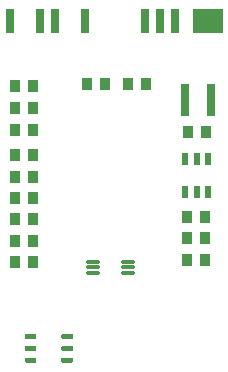
<source format=gbr>
G04 #@! TF.GenerationSoftware,KiCad,Pcbnew,(5.0.2)-1*
G04 #@! TF.CreationDate,2019-07-28T23:06:21+08:00*
G04 #@! TF.ProjectId,PIR,5049522e-6b69-4636-9164-5f7063625858,rev?*
G04 #@! TF.SameCoordinates,Original*
G04 #@! TF.FileFunction,Paste,Top*
G04 #@! TF.FilePolarity,Positive*
%FSLAX46Y46*%
G04 Gerber Fmt 4.6, Leading zero omitted, Abs format (unit mm)*
G04 Created by KiCad (PCBNEW (5.0.2)-1) date 2019-07-28 23:06:21*
%MOMM*%
%LPD*%
G01*
G04 APERTURE LIST*
%ADD10R,0.800000X2.000000*%
%ADD11R,2.500000X2.000000*%
%ADD12R,0.930000X0.980000*%
%ADD13R,0.600000X1.100000*%
%ADD14O,1.300000X0.300000*%
%ADD15C,0.100000*%
%ADD16C,0.400000*%
%ADD17R,0.800000X2.700000*%
G04 APERTURE END LIST*
D10*
G04 #@! TO.C,U1*
X46941740Y-44577000D03*
D11*
X52301140Y-44554140D03*
D10*
X49481740Y-44577000D03*
X48211740Y-44577000D03*
X41861740Y-44577000D03*
X39321740Y-44577000D03*
X38051740Y-44577000D03*
X35511740Y-44577000D03*
G04 #@! TD*
D12*
G04 #@! TO.C,C7*
X35942780Y-50065940D03*
X37482780Y-50065940D03*
G04 #@! TD*
G04 #@! TO.C,R7*
X37467540Y-51912520D03*
X35927540Y-51912520D03*
G04 #@! TD*
G04 #@! TO.C,R6*
X35927540Y-53799740D03*
X37467540Y-53799740D03*
G04 #@! TD*
D13*
G04 #@! TO.C,U4*
X52252920Y-56295640D03*
X51302920Y-56295640D03*
X50352920Y-56295640D03*
X50352920Y-59095640D03*
X51302920Y-59095640D03*
X52252920Y-59095640D03*
G04 #@! TD*
D14*
G04 #@! TO.C,U2*
X45519340Y-64952880D03*
X45519340Y-65452880D03*
X45519340Y-65952880D03*
X42519340Y-64952880D03*
X42519340Y-65452880D03*
X42519340Y-65952880D03*
G04 #@! TD*
D15*
G04 #@! TO.C,U3*
G36*
X37650082Y-71104122D02*
X37659789Y-71105561D01*
X37669308Y-71107946D01*
X37678548Y-71111252D01*
X37687420Y-71115448D01*
X37695837Y-71120493D01*
X37703719Y-71126339D01*
X37710991Y-71132929D01*
X37717581Y-71140201D01*
X37723427Y-71148083D01*
X37728472Y-71156500D01*
X37732668Y-71165372D01*
X37735974Y-71174612D01*
X37738359Y-71184131D01*
X37739798Y-71193838D01*
X37740280Y-71203640D01*
X37740280Y-71403640D01*
X37739798Y-71413442D01*
X37738359Y-71423149D01*
X37735974Y-71432668D01*
X37732668Y-71441908D01*
X37728472Y-71450780D01*
X37723427Y-71459197D01*
X37717581Y-71467079D01*
X37710991Y-71474351D01*
X37703719Y-71480941D01*
X37695837Y-71486787D01*
X37687420Y-71491832D01*
X37678548Y-71496028D01*
X37669308Y-71499334D01*
X37659789Y-71501719D01*
X37650082Y-71503158D01*
X37640280Y-71503640D01*
X36840280Y-71503640D01*
X36830478Y-71503158D01*
X36820771Y-71501719D01*
X36811252Y-71499334D01*
X36802012Y-71496028D01*
X36793140Y-71491832D01*
X36784723Y-71486787D01*
X36776841Y-71480941D01*
X36769569Y-71474351D01*
X36762979Y-71467079D01*
X36757133Y-71459197D01*
X36752088Y-71450780D01*
X36747892Y-71441908D01*
X36744586Y-71432668D01*
X36742201Y-71423149D01*
X36740762Y-71413442D01*
X36740280Y-71403640D01*
X36740280Y-71203640D01*
X36740762Y-71193838D01*
X36742201Y-71184131D01*
X36744586Y-71174612D01*
X36747892Y-71165372D01*
X36752088Y-71156500D01*
X36757133Y-71148083D01*
X36762979Y-71140201D01*
X36769569Y-71132929D01*
X36776841Y-71126339D01*
X36784723Y-71120493D01*
X36793140Y-71115448D01*
X36802012Y-71111252D01*
X36811252Y-71107946D01*
X36820771Y-71105561D01*
X36830478Y-71104122D01*
X36840280Y-71103640D01*
X37640280Y-71103640D01*
X37650082Y-71104122D01*
X37650082Y-71104122D01*
G37*
D16*
X37240280Y-71303640D03*
D15*
G36*
X37650082Y-72104122D02*
X37659789Y-72105561D01*
X37669308Y-72107946D01*
X37678548Y-72111252D01*
X37687420Y-72115448D01*
X37695837Y-72120493D01*
X37703719Y-72126339D01*
X37710991Y-72132929D01*
X37717581Y-72140201D01*
X37723427Y-72148083D01*
X37728472Y-72156500D01*
X37732668Y-72165372D01*
X37735974Y-72174612D01*
X37738359Y-72184131D01*
X37739798Y-72193838D01*
X37740280Y-72203640D01*
X37740280Y-72403640D01*
X37739798Y-72413442D01*
X37738359Y-72423149D01*
X37735974Y-72432668D01*
X37732668Y-72441908D01*
X37728472Y-72450780D01*
X37723427Y-72459197D01*
X37717581Y-72467079D01*
X37710991Y-72474351D01*
X37703719Y-72480941D01*
X37695837Y-72486787D01*
X37687420Y-72491832D01*
X37678548Y-72496028D01*
X37669308Y-72499334D01*
X37659789Y-72501719D01*
X37650082Y-72503158D01*
X37640280Y-72503640D01*
X36840280Y-72503640D01*
X36830478Y-72503158D01*
X36820771Y-72501719D01*
X36811252Y-72499334D01*
X36802012Y-72496028D01*
X36793140Y-72491832D01*
X36784723Y-72486787D01*
X36776841Y-72480941D01*
X36769569Y-72474351D01*
X36762979Y-72467079D01*
X36757133Y-72459197D01*
X36752088Y-72450780D01*
X36747892Y-72441908D01*
X36744586Y-72432668D01*
X36742201Y-72423149D01*
X36740762Y-72413442D01*
X36740280Y-72403640D01*
X36740280Y-72203640D01*
X36740762Y-72193838D01*
X36742201Y-72184131D01*
X36744586Y-72174612D01*
X36747892Y-72165372D01*
X36752088Y-72156500D01*
X36757133Y-72148083D01*
X36762979Y-72140201D01*
X36769569Y-72132929D01*
X36776841Y-72126339D01*
X36784723Y-72120493D01*
X36793140Y-72115448D01*
X36802012Y-72111252D01*
X36811252Y-72107946D01*
X36820771Y-72105561D01*
X36830478Y-72104122D01*
X36840280Y-72103640D01*
X37640280Y-72103640D01*
X37650082Y-72104122D01*
X37650082Y-72104122D01*
G37*
D16*
X37240280Y-72303640D03*
D15*
G36*
X37650082Y-73104122D02*
X37659789Y-73105561D01*
X37669308Y-73107946D01*
X37678548Y-73111252D01*
X37687420Y-73115448D01*
X37695837Y-73120493D01*
X37703719Y-73126339D01*
X37710991Y-73132929D01*
X37717581Y-73140201D01*
X37723427Y-73148083D01*
X37728472Y-73156500D01*
X37732668Y-73165372D01*
X37735974Y-73174612D01*
X37738359Y-73184131D01*
X37739798Y-73193838D01*
X37740280Y-73203640D01*
X37740280Y-73403640D01*
X37739798Y-73413442D01*
X37738359Y-73423149D01*
X37735974Y-73432668D01*
X37732668Y-73441908D01*
X37728472Y-73450780D01*
X37723427Y-73459197D01*
X37717581Y-73467079D01*
X37710991Y-73474351D01*
X37703719Y-73480941D01*
X37695837Y-73486787D01*
X37687420Y-73491832D01*
X37678548Y-73496028D01*
X37669308Y-73499334D01*
X37659789Y-73501719D01*
X37650082Y-73503158D01*
X37640280Y-73503640D01*
X36840280Y-73503640D01*
X36830478Y-73503158D01*
X36820771Y-73501719D01*
X36811252Y-73499334D01*
X36802012Y-73496028D01*
X36793140Y-73491832D01*
X36784723Y-73486787D01*
X36776841Y-73480941D01*
X36769569Y-73474351D01*
X36762979Y-73467079D01*
X36757133Y-73459197D01*
X36752088Y-73450780D01*
X36747892Y-73441908D01*
X36744586Y-73432668D01*
X36742201Y-73423149D01*
X36740762Y-73413442D01*
X36740280Y-73403640D01*
X36740280Y-73203640D01*
X36740762Y-73193838D01*
X36742201Y-73184131D01*
X36744586Y-73174612D01*
X36747892Y-73165372D01*
X36752088Y-73156500D01*
X36757133Y-73148083D01*
X36762979Y-73140201D01*
X36769569Y-73132929D01*
X36776841Y-73126339D01*
X36784723Y-73120493D01*
X36793140Y-73115448D01*
X36802012Y-73111252D01*
X36811252Y-73107946D01*
X36820771Y-73105561D01*
X36830478Y-73104122D01*
X36840280Y-73103640D01*
X37640280Y-73103640D01*
X37650082Y-73104122D01*
X37650082Y-73104122D01*
G37*
D16*
X37240280Y-73303640D03*
D15*
G36*
X40750082Y-73104122D02*
X40759789Y-73105561D01*
X40769308Y-73107946D01*
X40778548Y-73111252D01*
X40787420Y-73115448D01*
X40795837Y-73120493D01*
X40803719Y-73126339D01*
X40810991Y-73132929D01*
X40817581Y-73140201D01*
X40823427Y-73148083D01*
X40828472Y-73156500D01*
X40832668Y-73165372D01*
X40835974Y-73174612D01*
X40838359Y-73184131D01*
X40839798Y-73193838D01*
X40840280Y-73203640D01*
X40840280Y-73403640D01*
X40839798Y-73413442D01*
X40838359Y-73423149D01*
X40835974Y-73432668D01*
X40832668Y-73441908D01*
X40828472Y-73450780D01*
X40823427Y-73459197D01*
X40817581Y-73467079D01*
X40810991Y-73474351D01*
X40803719Y-73480941D01*
X40795837Y-73486787D01*
X40787420Y-73491832D01*
X40778548Y-73496028D01*
X40769308Y-73499334D01*
X40759789Y-73501719D01*
X40750082Y-73503158D01*
X40740280Y-73503640D01*
X39940280Y-73503640D01*
X39930478Y-73503158D01*
X39920771Y-73501719D01*
X39911252Y-73499334D01*
X39902012Y-73496028D01*
X39893140Y-73491832D01*
X39884723Y-73486787D01*
X39876841Y-73480941D01*
X39869569Y-73474351D01*
X39862979Y-73467079D01*
X39857133Y-73459197D01*
X39852088Y-73450780D01*
X39847892Y-73441908D01*
X39844586Y-73432668D01*
X39842201Y-73423149D01*
X39840762Y-73413442D01*
X39840280Y-73403640D01*
X39840280Y-73203640D01*
X39840762Y-73193838D01*
X39842201Y-73184131D01*
X39844586Y-73174612D01*
X39847892Y-73165372D01*
X39852088Y-73156500D01*
X39857133Y-73148083D01*
X39862979Y-73140201D01*
X39869569Y-73132929D01*
X39876841Y-73126339D01*
X39884723Y-73120493D01*
X39893140Y-73115448D01*
X39902012Y-73111252D01*
X39911252Y-73107946D01*
X39920771Y-73105561D01*
X39930478Y-73104122D01*
X39940280Y-73103640D01*
X40740280Y-73103640D01*
X40750082Y-73104122D01*
X40750082Y-73104122D01*
G37*
D16*
X40340280Y-73303640D03*
D15*
G36*
X40750082Y-72104122D02*
X40759789Y-72105561D01*
X40769308Y-72107946D01*
X40778548Y-72111252D01*
X40787420Y-72115448D01*
X40795837Y-72120493D01*
X40803719Y-72126339D01*
X40810991Y-72132929D01*
X40817581Y-72140201D01*
X40823427Y-72148083D01*
X40828472Y-72156500D01*
X40832668Y-72165372D01*
X40835974Y-72174612D01*
X40838359Y-72184131D01*
X40839798Y-72193838D01*
X40840280Y-72203640D01*
X40840280Y-72403640D01*
X40839798Y-72413442D01*
X40838359Y-72423149D01*
X40835974Y-72432668D01*
X40832668Y-72441908D01*
X40828472Y-72450780D01*
X40823427Y-72459197D01*
X40817581Y-72467079D01*
X40810991Y-72474351D01*
X40803719Y-72480941D01*
X40795837Y-72486787D01*
X40787420Y-72491832D01*
X40778548Y-72496028D01*
X40769308Y-72499334D01*
X40759789Y-72501719D01*
X40750082Y-72503158D01*
X40740280Y-72503640D01*
X39940280Y-72503640D01*
X39930478Y-72503158D01*
X39920771Y-72501719D01*
X39911252Y-72499334D01*
X39902012Y-72496028D01*
X39893140Y-72491832D01*
X39884723Y-72486787D01*
X39876841Y-72480941D01*
X39869569Y-72474351D01*
X39862979Y-72467079D01*
X39857133Y-72459197D01*
X39852088Y-72450780D01*
X39847892Y-72441908D01*
X39844586Y-72432668D01*
X39842201Y-72423149D01*
X39840762Y-72413442D01*
X39840280Y-72403640D01*
X39840280Y-72203640D01*
X39840762Y-72193838D01*
X39842201Y-72184131D01*
X39844586Y-72174612D01*
X39847892Y-72165372D01*
X39852088Y-72156500D01*
X39857133Y-72148083D01*
X39862979Y-72140201D01*
X39869569Y-72132929D01*
X39876841Y-72126339D01*
X39884723Y-72120493D01*
X39893140Y-72115448D01*
X39902012Y-72111252D01*
X39911252Y-72107946D01*
X39920771Y-72105561D01*
X39930478Y-72104122D01*
X39940280Y-72103640D01*
X40740280Y-72103640D01*
X40750082Y-72104122D01*
X40750082Y-72104122D01*
G37*
D16*
X40340280Y-72303640D03*
D15*
G36*
X40750082Y-71104122D02*
X40759789Y-71105561D01*
X40769308Y-71107946D01*
X40778548Y-71111252D01*
X40787420Y-71115448D01*
X40795837Y-71120493D01*
X40803719Y-71126339D01*
X40810991Y-71132929D01*
X40817581Y-71140201D01*
X40823427Y-71148083D01*
X40828472Y-71156500D01*
X40832668Y-71165372D01*
X40835974Y-71174612D01*
X40838359Y-71184131D01*
X40839798Y-71193838D01*
X40840280Y-71203640D01*
X40840280Y-71403640D01*
X40839798Y-71413442D01*
X40838359Y-71423149D01*
X40835974Y-71432668D01*
X40832668Y-71441908D01*
X40828472Y-71450780D01*
X40823427Y-71459197D01*
X40817581Y-71467079D01*
X40810991Y-71474351D01*
X40803719Y-71480941D01*
X40795837Y-71486787D01*
X40787420Y-71491832D01*
X40778548Y-71496028D01*
X40769308Y-71499334D01*
X40759789Y-71501719D01*
X40750082Y-71503158D01*
X40740280Y-71503640D01*
X39940280Y-71503640D01*
X39930478Y-71503158D01*
X39920771Y-71501719D01*
X39911252Y-71499334D01*
X39902012Y-71496028D01*
X39893140Y-71491832D01*
X39884723Y-71486787D01*
X39876841Y-71480941D01*
X39869569Y-71474351D01*
X39862979Y-71467079D01*
X39857133Y-71459197D01*
X39852088Y-71450780D01*
X39847892Y-71441908D01*
X39844586Y-71432668D01*
X39842201Y-71423149D01*
X39840762Y-71413442D01*
X39840280Y-71403640D01*
X39840280Y-71203640D01*
X39840762Y-71193838D01*
X39842201Y-71184131D01*
X39844586Y-71174612D01*
X39847892Y-71165372D01*
X39852088Y-71156500D01*
X39857133Y-71148083D01*
X39862979Y-71140201D01*
X39869569Y-71132929D01*
X39876841Y-71126339D01*
X39884723Y-71120493D01*
X39893140Y-71115448D01*
X39902012Y-71111252D01*
X39911252Y-71107946D01*
X39920771Y-71105561D01*
X39930478Y-71104122D01*
X39940280Y-71103640D01*
X40740280Y-71103640D01*
X40750082Y-71104122D01*
X40750082Y-71104122D01*
G37*
D16*
X40340280Y-71303640D03*
G04 #@! TD*
D17*
G04 #@! TO.C,L1*
X52473860Y-51313080D03*
X50273860Y-51313080D03*
G04 #@! TD*
D12*
G04 #@! TO.C,C5*
X50532920Y-54020720D03*
X52072920Y-54020720D03*
G04 #@! TD*
G04 #@! TO.C,R4*
X50466880Y-61140340D03*
X52006880Y-61140340D03*
G04 #@! TD*
G04 #@! TO.C,R5*
X52014500Y-62999620D03*
X50474500Y-62999620D03*
G04 #@! TD*
G04 #@! TO.C,C1*
X37473000Y-65021460D03*
X35933000Y-65021460D03*
G04 #@! TD*
G04 #@! TO.C,D1*
X42003980Y-49946560D03*
X43543980Y-49946560D03*
G04 #@! TD*
G04 #@! TO.C,C6*
X50467260Y-64828420D03*
X52007260Y-64828420D03*
G04 #@! TD*
G04 #@! TO.C,C4*
X37442520Y-61379100D03*
X35902520Y-61379100D03*
G04 #@! TD*
G04 #@! TO.C,R3*
X37455220Y-63190120D03*
X35915220Y-63190120D03*
G04 #@! TD*
G04 #@! TO.C,C3*
X37457760Y-55968900D03*
X35917760Y-55968900D03*
G04 #@! TD*
G04 #@! TO.C,C2*
X37460300Y-57777380D03*
X35920300Y-57777380D03*
G04 #@! TD*
G04 #@! TO.C,R2*
X35910140Y-59565540D03*
X37450140Y-59565540D03*
G04 #@! TD*
G04 #@! TO.C,R1*
X47049180Y-49913540D03*
X45509180Y-49913540D03*
G04 #@! TD*
M02*

</source>
